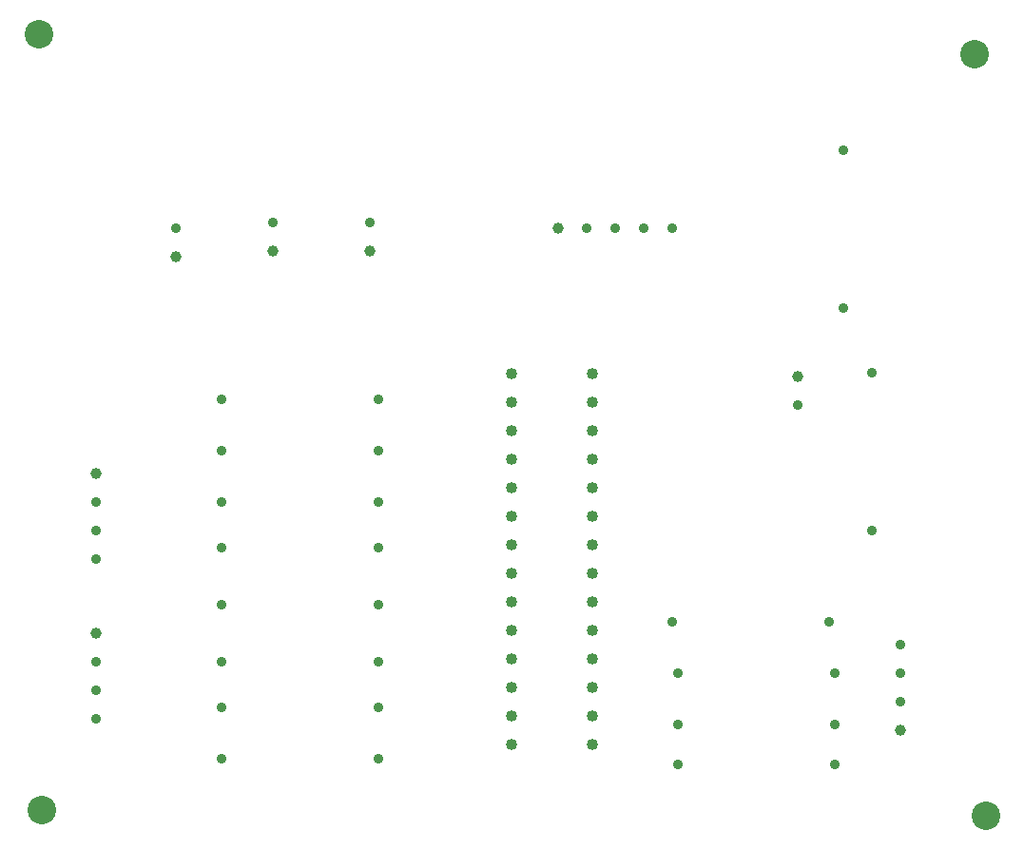
<source format=gbr>
G04 Generated by Ultiboard 14.1 *
%FSLAX24Y24*%
%MOIN*%

%ADD10C,0.0001*%
%ADD11C,0.0350*%
%ADD12C,0.0392*%
%ADD13C,0.0400*%
%ADD14C,0.0354*%
%ADD15C,0.1000*%


G04 ColorRGB 000000 for the following layer *
%LNDrill-Copper Top-Copper Bottom*%
%LPD*%
G54D11*
X26203Y29403D03*
X27203Y29403D03*
X29203Y29403D03*
X28203Y29403D03*
X18600Y29600D03*
X11800Y29400D03*
X15200Y29600D03*
X33600Y23200D03*
X37200Y12800D03*
X37200Y13800D03*
X37200Y14800D03*
X9000Y13200D03*
X9000Y14200D03*
X9000Y12200D03*
X9000Y18800D03*
X9000Y19800D03*
X9000Y17800D03*
G54D12*
X25203Y29403D03*
X18600Y28600D03*
X11800Y28400D03*
X15200Y28600D03*
X33600Y24200D03*
X37200Y11800D03*
X9000Y15200D03*
X9000Y20800D03*
G54D13*
X23575Y24300D03*
X23575Y23300D03*
X23575Y22300D03*
X23575Y21300D03*
X23575Y20300D03*
X23575Y19300D03*
X23575Y18300D03*
X23575Y17300D03*
X23575Y14300D03*
X23575Y12300D03*
X23575Y11300D03*
X26425Y24300D03*
X26425Y23300D03*
X26425Y18300D03*
X26425Y17300D03*
X26425Y16300D03*
X26425Y15300D03*
X26425Y14300D03*
X26425Y13300D03*
X26425Y12300D03*
X26425Y11300D03*
X23575Y16300D03*
X23575Y15300D03*
X23575Y13300D03*
X26425Y22300D03*
X26425Y21300D03*
X26425Y20300D03*
X26425Y19300D03*
G54D14*
X18912Y14200D03*
X13400Y14200D03*
X18912Y12600D03*
X13400Y12600D03*
X18912Y18200D03*
X13400Y18200D03*
X18912Y19800D03*
X13400Y19800D03*
X18912Y21600D03*
X13400Y21600D03*
X18912Y16200D03*
X13400Y16200D03*
X34912Y12000D03*
X29400Y12000D03*
X34912Y10600D03*
X29400Y10600D03*
X34912Y13800D03*
X29400Y13800D03*
X34712Y15600D03*
X29200Y15600D03*
X35200Y32112D03*
X35200Y26600D03*
X36200Y24312D03*
X36200Y18800D03*
X18912Y23400D03*
X13400Y23400D03*
X18912Y10800D03*
X13400Y10800D03*
G54D15*
X39800Y35500D03*
X40200Y8800D03*
X7100Y9000D03*
X7000Y36200D03*

M02*

</source>
